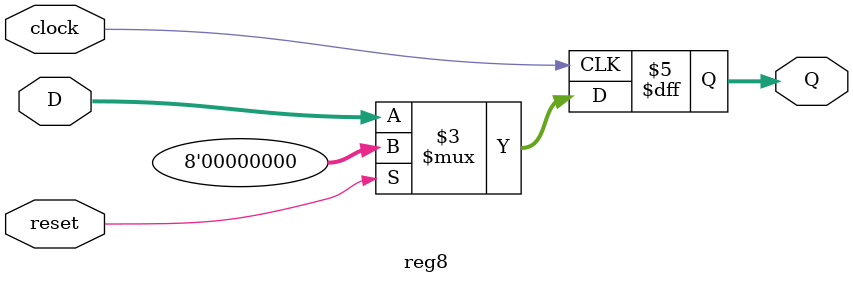
<source format=v>
module reg8
  (input [7:0] D,
   input reset,
   input clock,
   output reg [7:0] Q
   );

   always @(posedge clock) begin
     if (reset) begin
       Q <= 8'b0000_0000;
     end else begin
       Q <= D;
     end
   end
   
endmodule

</source>
